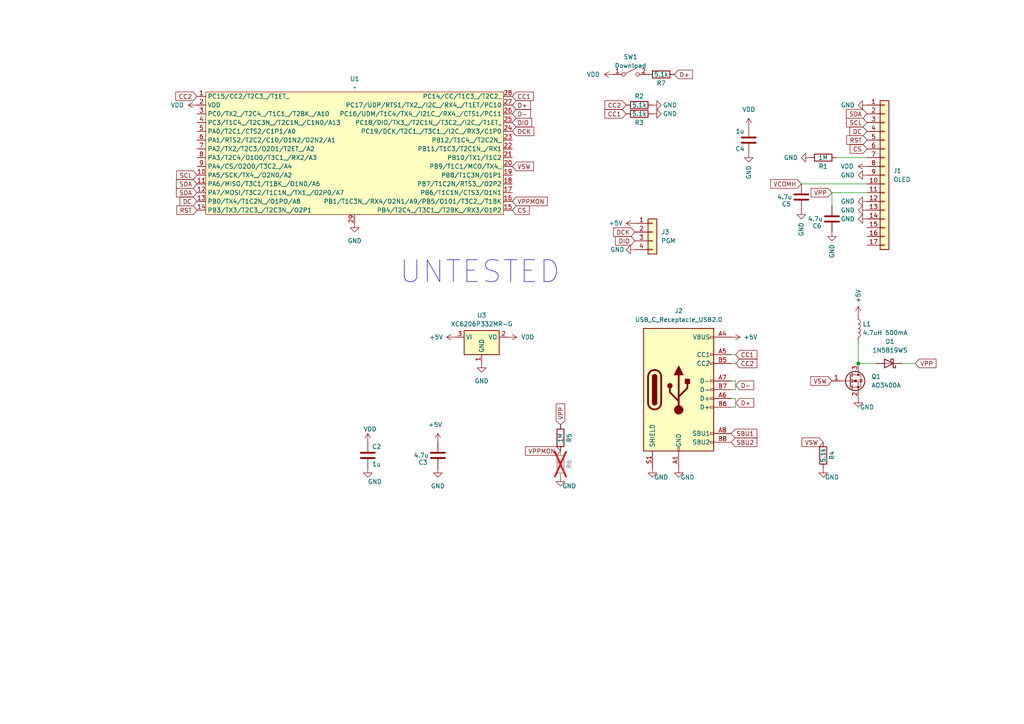
<source format=kicad_sch>
(kicad_sch (version 20231120) (generator "eeschema") (generator_version "8.0")
  (paper "A4")
  (lib_symbols
    (symbol "Connector:USB_C_Receptacle_USB2.0" (pin_names (offset 1.016))
      (property "Reference" "J" (at -10.16 19.05 0))
      (property "Value" "USB_C_Receptacle_USB2.0" (at 19.05 19.05 0))
      (symbol "USB_C_Receptacle_USB2.0_0_0"
        (rectangle (start -0.254 -17.78) (end 0.254 -16.764))
        (rectangle (start 10.16 -14.986) (end 9.144 -15.494))
        (rectangle (start 10.16 -12.446) (end 9.144 -12.954))
        (rectangle (start 10.16 -4.826) (end 9.144 -5.334))
        (rectangle (start 10.16 -2.286) (end 9.144 -2.794))
        (rectangle (start 10.16 0.254) (end 9.144 -0.254))
        (rectangle (start 10.16 2.794) (end 9.144 2.286))
        (rectangle (start 10.16 7.874) (end 9.144 7.366))
        (rectangle (start 10.16 10.414) (end 9.144 9.906))
        (rectangle (start 10.16 15.494) (end 9.144 14.986))
      )
      (symbol "USB_C_Receptacle_USB2.0_0_1"
        (rectangle (start -10.16 17.78) (end 10.16 -17.78) (stroke (width 0.254)) (fill (type background)))
        (arc (start -8.89 -3.81) (mid -6.985 -5.7067) (end -5.08 -3.81) (stroke (width 0.508)))
        (arc (start -7.62 -3.81) (mid -6.985 -4.4423) (end -6.35 -3.81) (stroke (width 0.254)))
        (arc (start -7.62 -3.81) (mid -6.985 -4.4423) (end -6.35 -3.81) (stroke (width 0.254)) (fill (type outline)))
        (rectangle (start -7.62 -3.81) (end -6.35 3.81) (stroke (width 0.254)) (fill (type outline)))
        (arc (start -6.35 3.81) (mid -6.985 4.4423) (end -7.62 3.81) (stroke (width 0.254)))
        (arc (start -6.35 3.81) (mid -6.985 4.4423) (end -7.62 3.81) (stroke (width 0.254)) (fill (type outline)))
        (arc (start -5.08 3.81) (mid -6.985 5.7067) (end -8.89 3.81) (stroke (width 0.508)))
        (circle (center -2.54 1.143) (radius 0.635) (stroke (width 0.254)) (fill (type outline)))
        (circle (center 0 -5.842) (radius 1.27) (fill (type outline)))
        (polyline (pts (xy -8.89 -3.81) (xy -8.89 3.81)) (stroke (width 0.508)))
        (polyline (pts (xy -5.08 3.81) (xy -5.08 -3.81)) (stroke (width 0.508)))
        (polyline (pts (xy 0 -5.842) (xy 0 4.318)) (stroke (width 0.508)))
        (polyline (pts (xy 0 -3.302) (xy -2.54 -0.762) (xy -2.54 0.508)) (stroke (width 0.508)))
        (polyline (pts (xy 0 -2.032) (xy 2.54 0.508) (xy 2.54 1.778)) (stroke (width 0.508)))
        (polyline (pts (xy -1.27 4.318) (xy 0 6.858) (xy 1.27 4.318) (xy -1.27 4.318)) (stroke (width 0.254)) (fill (type outline)))
        (rectangle (start 1.905 1.778) (end 3.175 3.048) (stroke (width 0.254)) (fill (type outline)))
      )
      (symbol "USB_C_Receptacle_USB2.0_1_1"
        (pin passive line (at 0 -22.86 90) (length 5.08) (name "GND") (number "A1"))
        (pin passive line (at 0 -22.86 90) (length 5.08) hide (name "GND") (number "A12"))
        (pin passive line (at 15.24 15.24 180) (length 5.08) (name "VBUS") (number "A4"))
        (pin bidirectional line (at 15.24 10.16 180) (length 5.08) (name "CC1") (number "A5"))
        (pin bidirectional line (at 15.24 -2.54 180) (length 5.08) (name "D+") (number "A6"))
        (pin bidirectional line (at 15.24 2.54 180) (length 5.08) (name "D-") (number "A7"))
        (pin bidirectional line (at 15.24 -12.7 180) (length 5.08) (name "SBU1") (number "A8"))
        (pin passive line (at 15.24 15.24 180) (length 5.08) hide (name "VBUS") (number "A9"))
        (pin passive line (at 0 -22.86 90) (length 5.08) hide (name "GND") (number "B1"))
        (pin passive line (at 0 -22.86 90) (length 5.08) hide (name "GND") (number "B12"))
        (pin passive line (at 15.24 15.24 180) (length 5.08) hide (name "VBUS") (number "B4"))
        (pin bidirectional line (at 15.24 7.62 180) (length 5.08) (name "CC2") (number "B5"))
        (pin bidirectional line (at 15.24 -5.08 180) (length 5.08) (name "D+") (number "B6"))
        (pin bidirectional line (at 15.24 0 180) (length 5.08) (name "D-") (number "B7"))
        (pin bidirectional line (at 15.24 -15.24 180) (length 5.08) (name "SBU2") (number "B8"))
        (pin passive line (at 15.24 15.24 180) (length 5.08) hide (name "VBUS") (number "B9"))
        (pin passive line (at -7.62 -22.86 90) (length 5.08) (name "SHIELD") (number "S1"))
      )
    )
    (symbol "Connector_Generic:Conn_01x04" (pin_names (offset 1.016) hide)
      (property "Reference" "J" (at 0 5.08 0))
      (property "Value" "Conn_01x04" (at 0 -7.62 0))
      (symbol "Conn_01x04_1_1"
        (rectangle (start -1.27 -4.953) (end 0 -5.207) (stroke (width 0.1524)))
        (rectangle (start -1.27 -2.413) (end 0 -2.667) (stroke (width 0.1524)))
        (rectangle (start -1.27 0.127) (end 0 -0.127) (stroke (width 0.1524)))
        (rectangle (start -1.27 2.667) (end 0 2.413) (stroke (width 0.1524)))
        (rectangle (start -1.27 3.81) (end 1.27 -6.35) (stroke (width 0.254)) (fill (type background)))
        (pin passive line (at -5.08 2.54 0) (length 3.81) (name "Pin_1") (number "1"))
        (pin passive line (at -5.08 0 0) (length 3.81) (name "Pin_2") (number "2"))
        (pin passive line (at -5.08 -2.54 0) (length 3.81) (name "Pin_3") (number "3"))
        (pin passive line (at -5.08 -5.08 0) (length 3.81) (name "Pin_4") (number "4"))
      )
    )
    (symbol "Connector_Generic:Conn_01x17" (pin_names (offset 1.016) hide)
      (property "Reference" "J" (at 0 22.86 0))
      (property "Value" "Conn_01x17" (at 0 -22.86 0))
      (symbol "Conn_01x17_1_1"
        (rectangle (start -1.27 -20.193) (end 0 -20.447) (stroke (width 0.1524)))
        (rectangle (start -1.27 -17.653) (end 0 -17.907) (stroke (width 0.1524)))
        (rectangle (start -1.27 -15.113) (end 0 -15.367) (stroke (width 0.1524)))
        (rectangle (start -1.27 -12.573) (end 0 -12.827) (stroke (width 0.1524)))
        (rectangle (start -1.27 -10.033) (end 0 -10.287) (stroke (width 0.1524)))
        (rectangle (start -1.27 -7.493) (end 0 -7.747) (stroke (width 0.1524)))
        (rectangle (start -1.27 -4.953) (end 0 -5.207) (stroke (width 0.1524)))
        (rectangle (start -1.27 -2.413) (end 0 -2.667) (stroke (width 0.1524)))
        (rectangle (start -1.27 0.127) (end 0 -0.127) (stroke (width 0.1524)))
        (rectangle (start -1.27 2.667) (end 0 2.413) (stroke (width 0.1524)))
        (rectangle (start -1.27 5.207) (end 0 4.953) (stroke (width 0.1524)))
        (rectangle (start -1.27 7.747) (end 0 7.493) (stroke (width 0.1524)))
        (rectangle (start -1.27 10.287) (end 0 10.033) (stroke (width 0.1524)))
        (rectangle (start -1.27 12.827) (end 0 12.573) (stroke (width 0.1524)))
        (rectangle (start -1.27 15.367) (end 0 15.113) (stroke (width 0.1524)))
        (rectangle (start -1.27 17.907) (end 0 17.653) (stroke (width 0.1524)))
        (rectangle (start -1.27 20.447) (end 0 20.193) (stroke (width 0.1524)))
        (rectangle (start -1.27 21.59) (end 1.27 -21.59) (stroke (width 0.254)) (fill (type background)))
        (pin passive line (at -5.08 20.32 0) (length 3.81) (name "Pin_1") (number "1"))
        (pin passive line (at -5.08 -2.54 0) (length 3.81) (name "Pin_10") (number "10"))
        (pin passive line (at -5.08 -5.08 0) (length 3.81) (name "Pin_11") (number "11"))
        (pin passive line (at -5.08 -7.62 0) (length 3.81) (name "Pin_12") (number "12"))
        (pin passive line (at -5.08 -10.16 0) (length 3.81) (name "Pin_13") (number "13"))
        (pin passive line (at -5.08 -12.7 0) (length 3.81) (name "Pin_14") (number "14"))
        (pin passive line (at -5.08 -15.24 0) (length 3.81) (name "Pin_15") (number "15"))
        (pin passive line (at -5.08 -17.78 0) (length 3.81) (name "Pin_16") (number "16"))
        (pin passive line (at -5.08 -20.32 0) (length 3.81) (name "Pin_17") (number "17"))
        (pin passive line (at -5.08 17.78 0) (length 3.81) (name "Pin_2") (number "2"))
        (pin passive line (at -5.08 15.24 0) (length 3.81) (name "Pin_3") (number "3"))
        (pin passive line (at -5.08 12.7 0) (length 3.81) (name "Pin_4") (number "4"))
        (pin passive line (at -5.08 10.16 0) (length 3.81) (name "Pin_5") (number "5"))
        (pin passive line (at -5.08 7.62 0) (length 3.81) (name "Pin_6") (number "6"))
        (pin passive line (at -5.08 5.08 0) (length 3.81) (name "Pin_7") (number "7"))
        (pin passive line (at -5.08 2.54 0) (length 3.81) (name "Pin_8") (number "8"))
        (pin passive line (at -5.08 0 0) (length 3.81) (name "Pin_9") (number "9"))
      )
    )
    (symbol "Device:C" (pin_numbers hide) (pin_names (offset 0.254))
      (property "Reference" "C" (at 0.635 2.54 0))
      (property "Value" "C" (at 0.635 -2.54 0))
      (symbol "C_0_1"
        (polyline (pts (xy -2.032 -0.762) (xy 2.032 -0.762)) (stroke (width 0.508)))
        (polyline (pts (xy -2.032 0.762) (xy 2.032 0.762)) (stroke (width 0.508)))
      )
      (symbol "C_1_1"
        (pin passive line (at 0 3.81 270) (length 2.794) (name "~") (number "1"))
        (pin passive line (at 0 -3.81 90) (length 2.794) (name "~") (number "2"))
      )
    )
    (symbol "Device:D_Schottky" (pin_numbers hide) (pin_names (offset 1.016) hide)
      (property "Reference" "D" (at 0 2.54 0))
      (property "Value" "D_Schottky" (at 0 -2.54 0))
      (symbol "D_Schottky_0_1"
        (polyline (pts (xy 1.27 0) (xy -1.27 0)))
        (polyline (pts (xy 1.27 1.27) (xy 1.27 -1.27) (xy -1.27 0) (xy 1.27 1.27)) (stroke (width 0.254)))
        (polyline (pts (xy -1.905 0.635) (xy -1.905 1.27) (xy -1.27 1.27) (xy -1.27 -1.27) (xy -0.635 -1.27) (xy -0.635 -0.635)) (stroke (width 0.254)))
      )
      (symbol "D_Schottky_1_1"
        (pin passive line (at -3.81 0 0) (length 2.54) (name "K") (number "1"))
        (pin passive line (at 3.81 0 180) (length 2.54) (name "A") (number "2"))
      )
    )
    (symbol "Device:L" (pin_numbers hide) (pin_names (offset 1.016) hide)
      (property "Reference" "L" (at -1.27 0 90))
      (property "Value" "L" (at 1.905 0 90))
      (symbol "L_0_1"
        (arc (start 0 -2.54) (mid 0.6323 -1.905) (end 0 -1.27))
        (arc (start 0 -1.27) (mid 0.6323 -0.635) (end 0 0))
        (arc (start 0 0) (mid 0.6323 0.635) (end 0 1.27))
        (arc (start 0 1.27) (mid 0.6323 1.905) (end 0 2.54))
      )
      (symbol "L_1_1"
        (pin passive line (at 0 3.81 270) (length 1.27) (name "1") (number "1"))
        (pin passive line (at 0 -3.81 90) (length 1.27) (name "2") (number "2"))
      )
    )
    (symbol "Device:Q_NMOS_GSD" (pin_names (offset 0) hide)
      (property "Reference" "Q" (at 5.08 1.27 0))
      (property "Value" "Q_NMOS_GSD" (at 5.08 -1.27 0))
      (symbol "Q_NMOS_GSD_0_1"
        (polyline (pts (xy 0.254 0) (xy -2.54 0)))
        (polyline (pts (xy 0.254 1.905) (xy 0.254 -1.905)) (stroke (width 0.254)))
        (polyline (pts (xy 0.762 -1.27) (xy 0.762 -2.286)) (stroke (width 0.254)))
        (polyline (pts (xy 0.762 0.508) (xy 0.762 -0.508)) (stroke (width 0.254)))
        (polyline (pts (xy 0.762 2.286) (xy 0.762 1.27)) (stroke (width 0.254)))
        (polyline (pts (xy 2.54 2.54) (xy 2.54 1.778)))
        (polyline (pts (xy 2.54 -2.54) (xy 2.54 0) (xy 0.762 0)))
        (polyline (pts (xy 0.762 -1.778) (xy 3.302 -1.778) (xy 3.302 1.778) (xy 0.762 1.778)))
        (polyline (pts (xy 1.016 0) (xy 2.032 0.381) (xy 2.032 -0.381) (xy 1.016 0)) (fill (type outline)))
        (polyline (pts (xy 2.794 0.508) (xy 2.921 0.381) (xy 3.683 0.381) (xy 3.81 0.254)))
        (polyline (pts (xy 3.302 0.381) (xy 2.921 -0.254) (xy 3.683 -0.254) (xy 3.302 0.381)))
        (circle (center 1.651 0) (radius 2.794) (stroke (width 0.254)))
        (circle (center 2.54 -1.778) (radius 0.254) (fill (type outline)))
        (circle (center 2.54 1.778) (radius 0.254) (fill (type outline)))
      )
      (symbol "Q_NMOS_GSD_1_1"
        (pin input line (at -5.08 0 0) (length 2.54) (name "G") (number "1"))
        (pin passive line (at 2.54 -5.08 90) (length 2.54) (name "S") (number "2"))
        (pin passive line (at 2.54 5.08 270) (length 2.54) (name "D") (number "3"))
      )
    )
    (symbol "Device:R" (pin_numbers hide) (pin_names (offset 0))
      (property "Reference" "R" (at 2.032 0 90))
      (property "Value" "R" (at 0 0 90))
      (symbol "R_0_1"
        (rectangle (start -1.016 -2.54) (end 1.016 2.54) (stroke (width 0.254)))
      )
      (symbol "R_1_1"
        (pin passive line (at 0 3.81 270) (length 1.27) (name "~") (number "1"))
        (pin passive line (at 0 -3.81 90) (length 1.27) (name "~") (number "2"))
      )
    )
    (symbol "Regulator_Linear:LM1117S-3.3"
      (property "Reference" "U" (at -3.81 3.175 0))
      (property "Value" "LM1117S-3.3" (at 0 3.175 0))
      (symbol "LM1117S-3.3_0_1"
        (rectangle (start -5.08 -5.08) (end 5.08 1.905) (stroke (width 0.254)) (fill (type background)))
      )
      (symbol "LM1117S-3.3_1_1"
        (pin power_in line (at 0 -7.62 90) (length 2.54) (name "GND") (number "1"))
        (pin power_out line (at 7.62 0 180) (length 2.54) (name "VO") (number "2"))
        (pin power_in line (at -7.62 0 0) (length 2.54) (name "VI") (number "3"))
      )
    )
    (symbol "Switch:SW_SPST" (pin_names (offset 0) hide)
      (property "Reference" "SW" (at 0 3.175 0))
      (property "Value" "SW_SPST" (at 0 -2.54 0))
      (symbol "SW_SPST_0_0"
        (circle (center -2.032 0) (radius 0.508))
        (polyline (pts (xy -1.524 0.254) (xy 1.524 1.778)))
        (circle (center 2.032 0) (radius 0.508))
      )
      (symbol "SW_SPST_1_1"
        (pin passive line (at -5.08 0 0) (length 2.54) (name "A") (number "1"))
        (pin passive line (at 5.08 0 180) (length 2.54) (name "B") (number "2"))
      )
    )
    (symbol "cnhardware:CH32X035G8U6"
      (property "Reference" "U" (at 0 0 0))
      (symbol "CH32X035G8U6_1_1"
        (rectangle (start -43.18 19.05) (end 43.18 -16.51) (fill (type background)))
        (pin bidirectional line (at -45.72 17.78 0) (length 2.54) (name "PC15/CC2/T2C3_/T1ET_") (number "1"))
        (pin bidirectional line (at -45.72 -5.08 0) (length 2.54) (name "PA5/SCK/TX4_/O2N0/A2") (number "10"))
        (pin bidirectional line (at -45.72 -7.62 0) (length 2.54) (name "PA6/MISO/T3C1/T1BK_/O1N0/A6") (number "11"))
        (pin bidirectional line (at -45.72 -10.16 0) (length 2.54) (name "PA7/MOSI/T3C2/T1C1N_/TX1_/O2P0/A7") (number "12"))
        (pin bidirectional line (at -45.72 -12.7 0) (length 2.54) (name "PB0/TX4/T1C2N_/O1PO/A8") (number "13"))
        (pin bidirectional line (at -45.72 -15.24 0) (length 2.54) (name "PB3/TX3/T2C3_/T2C3N_/O2P1") (number "14"))
        (pin bidirectional line (at 45.72 -15.24 180) (length 2.54) (name "PB4/T2C4_/T3C1_/T2BK_/RX3/O1P2") (number "15"))
        (pin bidirectional line (at 45.72 -12.7 180) (length 2.54) (name "PB1/T1C3N_/RX4/O2N1/A9/PB5/O101/T3C2_/T1BK") (number "16"))
        (pin bidirectional line (at 45.72 -10.16 180) (length 2.54) (name "PB6/T1C1N/CTS3/O1N1") (number "17"))
        (pin bidirectional line (at 45.72 -7.62 180) (length 2.54) (name "PB7/T1C2N/RTS3_/O2P2") (number "18"))
        (pin bidirectional line (at 45.72 -5.08 180) (length 2.54) (name "PB8/T1C3N/O1P1") (number "19"))
        (pin bidirectional line (at -45.72 15.24 0) (length 2.54) (name "VDD") (number "2"))
        (pin bidirectional line (at 45.72 -2.54 180) (length 2.54) (name "PB9/T1C1/MCO/TX4_") (number "20"))
        (pin bidirectional line (at 45.72 0 180) (length 2.54) (name "PB10/TX1/T1C2") (number "21"))
        (pin bidirectional line (at 45.72 2.54 180) (length 2.54) (name "PB11/T1C3/T2C1N_/RX1") (number "22"))
        (pin bidirectional line (at 45.72 5.08 180) (length 2.54) (name "PB12/T1C4_/T2C2N_") (number "23"))
        (pin bidirectional line (at 45.72 7.62 180) (length 2.54) (name "PC19/DCK/T2C1_/T3C1_/I2C_/RX3/C1P0") (number "24"))
        (pin bidirectional line (at 45.72 10.16 180) (length 2.54) (name "PC18/DIO/TX3_/T2C1N_/T3C2_/I2C_/T1ET_") (number "25"))
        (pin bidirectional line (at 45.72 12.7 180) (length 2.54) (name "PC16/UDM/T1C4/TX4_/I21C_/RX4_/CTS1/PC11") (number "26"))
        (pin bidirectional line (at 45.72 15.24 180) (length 2.54) (name "PC17/UDP/RTS1/TX2_/I2C_/RX4_/T1ET/PC10") (number "27"))
        (pin bidirectional line (at 45.72 17.78 180) (length 2.54) (name "PC14/CC/T1C3_/T2C2_") (number "28"))
        (pin bidirectional line (at 0 -19.05 90) (length 2.54) (name "") (number "29"))
        (pin bidirectional line (at -45.72 12.7 0) (length 2.54) (name "PC0/TX2_/T2C4_/T1C1_/T2BK_/A10") (number "3"))
        (pin bidirectional line (at -45.72 10.16 0) (length 2.54) (name "PC3/T1C4_/T2C3N_/T2C1N_/C1N0/A13") (number "4"))
        (pin bidirectional line (at -45.72 7.62 0) (length 2.54) (name "PA0/T2C1/CTS2/C1P1/A0") (number "5"))
        (pin bidirectional line (at -45.72 5.08 0) (length 2.54) (name "PA1/RTS2/T2C2/C10/O1N2/O2N2/A1") (number "6"))
        (pin bidirectional line (at -45.72 2.54 0) (length 2.54) (name "PA2/TX2/T2C3/O2O1/T2ET_/A2") (number "7"))
        (pin bidirectional line (at -45.72 0 0) (length 2.54) (name "PA3/T2C4/O1O0/T3C1_/RX2/A3") (number "8"))
        (pin bidirectional line (at -45.72 -2.54 0) (length 2.54) (name "PA4/CS/O2O0/T3C2_/A4") (number "9"))
      )
    )
    (symbol "power:+5V" (power) (pin_names (offset 0))
      (property "Value" "+5V" (at 0 3.556 0))
      (symbol "+5V_0_1"
        (polyline (pts (xy -0.762 1.27) (xy 0 2.54)))
        (polyline (pts (xy 0 0) (xy 0 2.54)))
        (polyline (pts (xy 0 2.54) (xy 0.762 1.27)))
      )
      (symbol "+5V_1_1"
        (pin power_in line (at 0 0 90) (length 0) hide (name "+5V") (number "1"))
      )
    )
    (symbol "power:GND" (power) (pin_names (offset 0))
      (property "Value" "GND" (at 0 -3.81 0))
      (symbol "GND_0_1"
        (polyline (pts (xy 0 0) (xy 0 -1.27) (xy 1.27 -1.27) (xy 0 -2.54) (xy -1.27 -1.27) (xy 0 -1.27)))
      )
      (symbol "GND_1_1"
        (pin power_in line (at 0 0 270) (length 0) hide (name "GND") (number "1"))
      )
    )
    (symbol "power:VDD" (power) (pin_names (offset 0))
      (property "Value" "VDD" (at 0 3.81 0))
      (symbol "VDD_0_1"
        (polyline (pts (xy -0.762 1.27) (xy 0 2.54)))
        (polyline (pts (xy 0 0) (xy 0 2.54)))
        (polyline (pts (xy 0 2.54) (xy 0.762 1.27)))
      )
      (symbol "VDD_1_1"
        (pin power_in line (at 0 0 90) (length 0) hide (name "VDD") (number "1"))
      )
    )
  )
  (junction (at 248.92 105.41))
  (wire (pts (xy 261.62 105.41) (xy 265.43 105.41)))
  (wire (pts (xy 213.36 118.11) (xy 212.09 118.11)))
  (wire (pts (xy 242.57 45.72) (xy 251.46 45.72)))
  (wire (pts (xy 212.09 113.03) (xy 213.36 113.03)))
  (wire (pts (xy 241.3 55.88) (xy 251.46 55.88)))
  (wire (pts (xy 248.92 105.41) (xy 254 105.41)))
  (wire (pts (xy 241.3 59.69) (xy 241.3 55.88)))
  (wire (pts (xy 213.36 115.57) (xy 213.36 118.11)))
  (wire (pts (xy 232.41 53.34) (xy 251.46 53.34)))
  (wire (pts (xy 213.36 115.57) (xy 212.09 115.57)))
  (wire (pts (xy 213.36 110.49) (xy 212.09 110.49)))
  (wire (pts (xy 213.36 110.49) (xy 213.36 113.03)))
  (wire (pts (xy 212.09 105.41) (xy 213.36 105.41)))
  (wire (pts (xy 248.92 99.06) (xy 248.92 105.41)))
  (wire (pts (xy 212.09 102.87) (xy 213.36 102.87)))
  (text "UNTESTED" (at 139.192 78.994 0) (effects (font (size 6.35 6.35))))
  (global_label "VPP" (shape input) (at 265.43 105.41 0) (property "Intersheetrefs" "${INTERSHEET_REFS}" (effects (hide yes))))
  (global_label "D+" (shape input) (at 148.59 30.48 0) (property "Intersheetrefs" "${INTERSHEET_REFS}" (effects (hide yes))))
  (global_label "VPPMON" (shape input) (at 162.56 130.81 180) (property "Intersheetrefs" "${INTERSHEET_REFS}" (effects (hide yes))))
  (global_label "CC1" (shape input) (at 181.61 33.02 180) (property "Intersheetrefs" "${INTERSHEET_REFS}" (effects (hide yes))))
  (global_label "VPP" (shape input) (at 241.3 55.88 180) (property "Intersheetrefs" "${INTERSHEET_REFS}" (effects (hide yes))))
  (global_label "CC1" (shape input) (at 213.36 102.87 0) (property "Intersheetrefs" "${INTERSHEET_REFS}" (effects (hide yes))))
  (global_label "VSW" (shape input) (at 241.3 110.49 180) (property "Intersheetrefs" "${INTERSHEET_REFS}" (effects (hide yes))))
  (global_label "VPPMON" (shape input) (at 148.59 58.42 0) (property "Intersheetrefs" "${INTERSHEET_REFS}" (effects (hide yes))))
  (global_label "DC" (shape input) (at 57.15 58.42 180) (property "Intersheetrefs" "${INTERSHEET_REFS}" (effects (hide yes))))
  (global_label "VPP" (shape input) (at 162.56 123.19 90) (property "Intersheetrefs" "${INTERSHEET_REFS}" (effects (hide yes))))
  (global_label "SDA" (shape input) (at 251.46 33.02 180) (property "Intersheetrefs" "${INTERSHEET_REFS}" (effects (hide yes))))
  (global_label "D-" (shape input) (at 213.36 111.76 0) (property "Intersheetrefs" "${INTERSHEET_REFS}" (effects (hide yes))))
  (global_label "VSW" (shape input) (at 238.76 128.27 180) (property "Intersheetrefs" "${INTERSHEET_REFS}" (effects (hide yes))))
  (global_label "DCK" (shape input) (at 184.15 67.31 180) (property "Intersheetrefs" "${INTERSHEET_REFS}" (effects (hide yes))))
  (global_label "CC2" (shape input) (at 213.36 105.41 0) (property "Intersheetrefs" "${INTERSHEET_REFS}" (effects (hide yes))))
  (global_label "RST" (shape input) (at 251.46 40.64 180) (property "Intersheetrefs" "${INTERSHEET_REFS}" (effects (hide yes))))
  (global_label "DIO" (shape input) (at 184.15 69.85 180) (property "Intersheetrefs" "${INTERSHEET_REFS}" (effects (hide yes))))
  (global_label "SDA" (shape input) (at 57.15 55.88 180) (property "Intersheetrefs" "${INTERSHEET_REFS}" (effects (hide yes))))
  (global_label "CC2" (shape input) (at 57.15 27.94 180) (property "Intersheetrefs" "${INTERSHEET_REFS}" (effects (hide yes))))
  (global_label "CC1" (shape input) (at 148.59 27.94 0) (property "Intersheetrefs" "${INTERSHEET_REFS}" (effects (hide yes))))
  (global_label "SCL" (shape input) (at 251.46 35.56 180) (property "Intersheetrefs" "${INTERSHEET_REFS}" (effects (hide yes))))
  (global_label "SBU1" (shape input) (at 212.09 125.73 0) (property "Intersheetrefs" "${INTERSHEET_REFS}" (effects (hide yes))))
  (global_label "D+" (shape input) (at 195.58 21.59 0) (property "Intersheetrefs" "${INTERSHEET_REFS}" (effects (hide yes))))
  (global_label "VCOMH" (shape input) (at 232.41 53.34 180) (property "Intersheetrefs" "${INTERSHEET_REFS}" (effects (hide yes))))
  (global_label "CS" (shape input) (at 251.46 43.18 180) (property "Intersheetrefs" "${INTERSHEET_REFS}" (effects (hide yes))))
  (global_label "SCL" (shape input) (at 57.15 50.8 180) (property "Intersheetrefs" "${INTERSHEET_REFS}" (effects (hide yes))))
  (global_label "D-" (shape input) (at 148.59 33.02 0) (property "Intersheetrefs" "${INTERSHEET_REFS}" (effects (hide yes))))
  (global_label "RST" (shape input) (at 57.15 60.96 180) (property "Intersheetrefs" "${INTERSHEET_REFS}" (effects (hide yes))))
  (global_label "DCK" (shape input) (at 148.59 38.1 0) (property "Intersheetrefs" "${INTERSHEET_REFS}" (effects (hide yes))))
  (global_label "DC" (shape input) (at 251.46 38.1 180) (property "Intersheetrefs" "${INTERSHEET_REFS}" (effects (hide yes))))
  (global_label "DIO" (shape input) (at 148.59 35.56 0) (property "Intersheetrefs" "${INTERSHEET_REFS}" (effects (hide yes))))
  (global_label "D+" (shape input) (at 213.36 116.84 0) (property "Intersheetrefs" "${INTERSHEET_REFS}" (effects (hide yes))))
  (global_label "SBU2" (shape input) (at 212.09 128.27 0) (property "Intersheetrefs" "${INTERSHEET_REFS}" (effects (hide yes))))
  (global_label "CC2" (shape input) (at 181.61 30.48 180) (property "Intersheetrefs" "${INTERSHEET_REFS}" (effects (hide yes))))
  (global_label "CS" (shape input) (at 148.59 60.96 0) (property "Intersheetrefs" "${INTERSHEET_REFS}" (effects (hide yes))))
  (global_label "SDA" (shape input) (at 57.15 53.34 180) (property "Intersheetrefs" "${INTERSHEET_REFS}" (effects (hide yes))))
  (global_label "VSW" (shape input) (at 148.59 48.26 0) (property "Intersheetrefs" "${INTERSHEET_REFS}" (effects (hide yes))))
  (symbol (lib_id "power:+5V") (at 184.15 64.77 90) (unit 1)
    (property "Reference" "#PWR04" (effects (hide yes)))
    (property "Value" "+5V" (at 176.53 64.77 90) (effects (justify right)))
  )
  (symbol (lib_id "Connector_Generic:Conn_01x17") (at 256.54 50.8 0) (unit 1)
    (property "Reference" "J1" (at 259.08 49.5299 0) (effects (justify left)))
    (property "Value" "OLED" (at 259.08 52.0699 0) (effects (justify left)))
    (property "Footprint" "cnhardware:FPC_BOTTOM_P0.5mm_FLIP_JUSHUO" (effects (hide yes)))
    (property "Description" "Generic connector, single row, 01x17, script generated (kicad-library-utils/schlib/autogen/connector/)" (effects (hide yes)))
    (property "LCSC" "C561387" (effects (hide yes)))
  )
  (symbol (lib_id "power:GND") (at 234.95 45.72 270) (unit 1)
    (property "Reference" "#PWR030" (effects (hide yes)))
    (property "Value" "GND" (at 227.33 45.72 90) (effects (justify left)))
  )
  (symbol (lib_id "power:GND") (at 127 135.89 0) (unit 1)
    (property "Reference" "#PWR010" (effects (hide yes)))
    (property "Value" "GND" (at 127 140.97 0))
  )
  (symbol (lib_id "Device:C") (at 106.68 132.08 180) (unit 1)
    (property "Reference" "C2" (at 109.22 129.54 0))
    (property "Value" "1u" (at 109.22 134.62 0))
    (property "Footprint" "Resistor_SMD:R_0402_1005Metric" (effects (hide yes)))
    (property "LCSC" "C52923" (effects (hide yes)))
  )
  (symbol (lib_id "power:GND") (at 196.85 135.89 0) (unit 1)
    (property "Reference" "#PWR015" (effects (hide yes)))
    (property "Value" "GND" (at 199.39 138.43 0))
  )
  (symbol (lib_id "power:GND") (at 251.46 60.96 270) (unit 1)
    (property "Reference" "#PWR018" (effects (hide yes)))
    (property "Value" "GND" (at 243.84 60.96 90) (effects (justify left)))
  )
  (symbol (lib_id "power:GND") (at 248.92 115.57 0) (unit 1)
    (property "Reference" "#PWR08" (effects (hide yes)))
    (property "Value" "GND" (at 251.46 118.11 0))
  )
  (symbol (lib_id "Device:R") (at 162.56 127 180) (unit 1)
    (property "Reference" "R5" (at 165.1 127 90))
    (property "Value" "1M" (at 162.56 127 90))
    (property "Footprint" "Resistor_SMD:R_0402_1005Metric" (effects (hide yes)))
    (property "LCSC" "C26083" (effects (hide yes)))
  )
  (symbol (lib_id "power:+5V") (at 127 128.27 0) (unit 1)
    (property "Reference" "#PWR09" (effects (hide yes)))
    (property "Value" "+5V" (at 128.27 123.19 0) (effects (justify right)))
  )
  (symbol (lib_id "power:GND") (at 251.46 30.48 270) (unit 1)
    (property "Reference" "#PWR022" (effects (hide yes)))
    (property "Value" "GND" (at 243.84 30.48 90) (effects (justify left)))
  )
  (symbol (lib_id "Device:L") (at 248.92 95.25 0) (unit 1)
    (property "Reference" "L1" (at 250.19 93.9799 0) (effects (justify left)))
    (property "Value" "4.7uH 500mA" (at 250.19 96.5199 0) (effects (justify left)))
    (property "Footprint" "Inductor_SMD:L_0805_2012Metric" (effects (hide yes)))
    (property "Description" "Inductor" (effects (hide yes)))
    (property "LCSC" "C86088" (effects (hide yes)))
  )
  (symbol (lib_id "Switch:SW_SPST") (at 182.88 21.59 0) (unit 1)
    (property "Reference" "SW1" (at 182.88 16.51 0))
    (property "Value" "Download" (at 182.88 19.05 0))
    (property "Footprint" "Button_Switch_SMD:SW_SPST_TL3342" (effects (hide yes)))
    (property "LCSC" "C318884" (effects (hide yes)))
  )
  (symbol (lib_id "power:+5V") (at 248.92 91.44 0) (unit 1)
    (property "Reference" "#PWR016" (effects (hide yes)))
    (property "Value" "+5V" (at 248.92 83.82 90) (effects (justify right)))
  )
  (symbol (lib_id "Device:C") (at 241.3 63.5 180) (unit 1)
    (property "Reference" "C6" (at 236.982 65.532 0))
    (property "Value" "4.7u" (at 236.474 63.5 0))
    (property "Footprint" "Capacitor_SMD:C_0805_2012Metric" (effects (hide yes)))
    (property "LCSC" "C1779" (effects (hide yes)))
  )
  (symbol (lib_id "power:GND") (at 238.76 135.89 0) (unit 1)
    (property "Reference" "#PWR017" (effects (hide yes)))
    (property "Value" "GND" (at 241.3 138.43 0))
  )
  (symbol (lib_id "Device:R") (at 185.42 33.02 90) (unit 1)
    (property "Reference" "R3" (at 185.42 35.56 90))
    (property "Value" "5.1k" (at 185.42 33.02 90))
    (property "Footprint" "Resistor_SMD:R_0402_1005Metric" (effects (hide yes)))
    (property "LCSC" "C25905" (effects (hide yes)))
  )
  (symbol (lib_id "power:+5V") (at 212.09 97.79 270) (unit 1)
    (property "Reference" "#PWR019" (effects (hide yes)))
    (property "Value" "+5V" (at 219.71 97.79 90) (effects (justify right)))
  )
  (symbol (lib_id "Device:D_Schottky") (at 257.81 105.41 180) (unit 1)
    (property "Reference" "D1" (at 258.1275 99.06 0))
    (property "Value" "1N5819WS" (at 258.1275 101.6 0))
    (property "Footprint" "Diode_SMD:D_SOD-323" (effects (hide yes)))
    (property "Description" "Schottky diode" (effects (hide yes)))
    (property "LCSC" "C191023" (effects (hide yes)))
  )
  (symbol (lib_id "power:+5V") (at 132.08 97.79 90) (unit 1)
    (property "Reference" "#PWR011" (effects (hide yes)))
    (property "Value" "+5V" (at 124.46 97.79 90) (effects (justify right)))
  )
  (symbol (lib_id "power:GND") (at 189.23 30.48 90) (unit 1)
    (property "Reference" "#PWR02" (effects (hide yes)))
    (property "Value" "GND" (at 194.31 30.48 90))
  )
  (symbol (lib_id "power:VDD") (at 217.17 36.83 0) (unit 1)
    (property "Reference" "#PWR031" (effects (hide yes)))
    (property "Value" "VDD" (at 217.17 31.75 0))
  )
  (symbol (lib_id "power:GND") (at 189.23 33.02 90) (unit 1)
    (property "Reference" "#PWR03" (effects (hide yes)))
    (property "Value" "GND" (at 194.31 33.02 90))
  )
  (symbol (lib_id "power:GND") (at 184.15 72.39 270) (unit 1)
    (property "Reference" "#PWR021" (effects (hide yes)))
    (property "Value" "GND" (at 179.07 72.39 90))
  )
  (symbol (lib_id "Device:R") (at 238.76 45.72 90) (unit 1)
    (property "Reference" "R1" (at 238.76 48.26 90))
    (property "Value" "1M" (at 238.76 45.72 90))
    (property "Footprint" "Resistor_SMD:R_0402_1005Metric" (effects (hide yes)))
    (property "LCSC" "C26083" (effects (hide yes)))
  )
  (symbol (lib_id "power:GND") (at 139.7 105.41 0) (unit 1)
    (property "Reference" "#PWR012" (effects (hide yes)))
    (property "Value" "GND" (at 139.7 110.49 0))
  )
  (symbol (lib_id "cnhardware:CH32X035G8U6") (at 102.87 45.72 0) (unit 1)
    (property "Reference" "U1" (at 102.87 22.86 0))
    (property "Value" "~" (at 102.87 25.4 0))
    (property "Footprint" "Package_DFN_QFN:QFN-28-1EP_4x4mm_P0.4mm_EP2.6x2.6mm" (effects (hide yes)))
    (property "LCSC" "C7437027" (effects (hide yes)))
  )
  (symbol (lib_id "Device:Q_NMOS_GSD") (at 246.38 110.49 0) (unit 1)
    (property "Reference" "Q1" (at 252.73 109.2199 0) (effects (justify left)))
    (property "Value" "AO3400A" (at 252.73 111.7599 0) (effects (justify left)))
    (property "Footprint" "Package_TO_SOT_SMD:SOT-23" (effects (hide yes)))
    (property "Description" "N-MOSFET transistor, gate/source/drain" (effects (hide yes)))
    (property "LCSC" "C20917" (effects (hide yes)))
  )
  (symbol (lib_id "power:GND") (at 106.68 135.89 0) (unit 1)
    (property "Reference" "#PWR07" (effects (hide yes)))
    (property "Value" "GND" (at 106.68 139.7 0) (effects (justify left)))
  )
  (symbol (lib_id "Device:R") (at 238.76 132.08 180) (unit 1)
    (property "Reference" "R4" (at 241.3 132.08 90))
    (property "Value" "5.1k" (at 238.76 132.08 90))
    (property "Footprint" "Resistor_SMD:R_0402_1005Metric" (effects (hide yes)))
    (property "LCSC" "C25905" (effects (hide yes)))
  )
  (symbol (lib_id "power:GND") (at 189.23 135.89 0) (unit 1)
    (property "Reference" "#PWR014" (effects (hide yes)))
    (property "Value" "GND" (at 191.77 138.43 0))
  )
  (symbol (lib_id "Connector_Generic:Conn_01x04") (at 189.23 67.31 0) (unit 1)
    (property "Reference" "J3" (at 191.77 67.3099 0) (effects (justify left)))
    (property "Value" "PGM" (at 191.77 69.8499 0) (effects (justify left)))
    (property "Footprint" "Connector_PinHeader_2.54mm:PinHeader_1x04_P2.54mm_Vertical" (effects (hide yes)))
    (property "Description" "Generic connector, single row, 01x04, script generated (kicad-library-utils/schlib/autogen/connector/)" (effects (hide yes)))
    (property "LCSC" "C706876" (effects (hide yes)))
  )
  (symbol (lib_id "power:VDD") (at 57.15 30.48 90) (unit 1)
    (property "Reference" "#PWR05" (effects (hide yes)))
    (property "Value" "VDD" (at 53.34 30.48 90) (effects (justify left)))
  )
  (symbol (lib_id "power:GND") (at 102.87 64.77 0) (unit 1)
    (property "Reference" "#PWR024" (effects (hide yes)))
    (property "Value" "GND" (at 102.87 69.85 0))
  )
  (symbol (lib_id "Device:R") (at 191.77 21.59 90) (unit 1)
    (property "Reference" "R7" (at 191.77 24.13 90))
    (property "Value" "5.1k" (at 191.77 21.59 90))
    (property "Footprint" "Resistor_SMD:R_0402_1005Metric" (effects (hide yes)))
    (property "LCSC" "C25905" (effects (hide yes)))
  )
  (symbol (lib_id "power:GND") (at 251.46 50.8 270) (unit 1)
    (property "Reference" "#PWR027" (effects (hide yes)))
    (property "Value" "GND" (at 243.84 50.8 90) (effects (justify left)))
  )
  (symbol (lib_id "power:GND") (at 162.56 138.43 0) (unit 1)
    (property "Reference" "#PWR020" (effects (hide yes)))
    (property "Value" "GND" (at 165.1 140.97 0))
  )
  (symbol (lib_id "power:VDD") (at 106.68 128.27 0) (unit 1)
    (property "Reference" "#PWR06" (effects (hide yes)))
    (property "Value" "VDD" (at 105.41 124.46 0) (effects (justify left)))
  )
  (symbol (lib_id "Device:C") (at 127 132.08 180) (unit 1)
    (property "Reference" "C3" (at 122.682 134.112 0))
    (property "Value" "4.7u" (at 122.174 132.08 0))
    (property "Footprint" "Capacitor_SMD:C_0805_2012Metric" (effects (hide yes)))
    (property "LCSC" "C1779" (effects (hide yes)))
  )
  (symbol (lib_id "Regulator_Linear:LM1117S-3.3") (at 139.7 97.79 0) (unit 1)
    (property "Reference" "U3" (at 139.7 91.44 0))
    (property "Value" "XC6206P332MR-G" (at 139.7 93.98 0))
    (property "Footprint" "Package_TO_SOT_SMD:SOT-23" (effects (hide yes)))
    (property "Datasheet" "http://www.ti.com/lit/ds/symlink/lm1117.pdf" (effects (hide yes)))
    (property "LCSC" "C5446" (effects (hide yes)))
  )
  (symbol (lib_id "power:VDD") (at 147.32 97.79 270) (unit 1)
    (property "Reference" "#PWR013" (effects (hide yes)))
    (property "Value" "VDD" (at 151.13 97.79 90) (effects (justify left)))
  )
  (symbol (lib_id "Device:C") (at 232.41 57.15 180) (unit 1)
    (property "Reference" "C5" (at 228.092 59.182 0))
    (property "Value" "4.7u" (at 227.584 57.15 0))
    (property "Footprint" "Capacitor_SMD:C_0805_2012Metric" (effects (hide yes)))
    (property "LCSC" "C1779" (effects (hide yes)))
  )
  (symbol (lib_id "power:GND") (at 251.46 58.42 270) (unit 1)
    (property "Reference" "#PWR028" (effects (hide yes)))
    (property "Value" "GND" (at 243.84 58.42 90) (effects (justify left)))
  )
  (symbol (lib_id "power:VDD") (at 251.46 48.26 90) (unit 1)
    (property "Reference" "#PWR023" (effects (hide yes)))
    (property "Value" "VDD" (at 247.65 48.2599 90) (effects (justify left)))
  )
  (symbol (lib_id "Device:R") (at 185.42 30.48 90) (unit 1)
    (property "Reference" "R2" (at 185.42 27.94 90))
    (property "Value" "5.1k" (at 185.42 30.48 90))
    (property "Footprint" "Resistor_SMD:R_0402_1005Metric" (effects (hide yes)))
    (property "LCSC" "C25905" (effects (hide yes)))
  )
  (symbol (lib_id "power:GND") (at 251.46 63.5 270) (unit 1)
    (property "Reference" "#PWR025" (effects (hide yes)))
    (property "Value" "GND" (at 243.84 63.5 90) (effects (justify left)))
  )
  (symbol (lib_id "Device:C") (at 217.17 40.64 0) (unit 1)
    (property "Reference" "C4" (at 214.63 43.18 0))
    (property "Value" "1u" (at 214.63 38.1 0))
    (property "Footprint" "Resistor_SMD:R_0402_1005Metric" (effects (hide yes)))
    (property "LCSC" "C52923" (effects (hide yes)))
  )
  (symbol (lib_id "Connector:USB_C_Receptacle_USB2.0") (at 196.85 113.03 0) (unit 1)
    (property "Reference" "J2" (at 196.85 90.17 0))
    (property "Value" "USB_C_Receptacle_USB2.0" (at 196.85 92.71 0))
    (property "Footprint" "Connector_USB:USB_C_Receptacle_HRO_TYPE-C-31-M-12" (effects (hide yes)))
    (property "Datasheet" "https://www.usb.org/sites/default/files/documents/usb_type-c.zip" (effects (hide yes)))
    (property "LCSC" "C2765186" (effects (hide yes)))
  )
  (symbol (lib_id "power:GND") (at 217.17 44.45 0) (unit 1)
    (property "Reference" "#PWR01" (effects (hide yes)))
    (property "Value" "GND" (at 217.17 52.07 90) (effects (justify left)))
  )
  (symbol (lib_id "power:VDD") (at 177.8 21.59 90) (unit 1)
    (property "Reference" "#PWR026" (effects (hide yes)))
    (property "Value" "VDD" (at 173.99 21.59 90) (effects (justify left)))
  )
  (symbol (lib_id "power:GND") (at 241.3 67.31 0) (unit 1)
    (property "Reference" "#PWR032" (effects (hide yes)))
    (property "Value" "GND" (at 241.3 74.93 90) (effects (justify left)))
  )
  (symbol (lib_id "power:GND") (at 232.41 60.96 0) (unit 1)
    (property "Reference" "#PWR029" (effects (hide yes)))
    (property "Value" "GND" (at 232.41 68.58 90) (effects (justify left)))
  )
  (symbol (lib_id "Device:R") (at 162.56 134.62 180) (unit 1) (dnp yes)
    (property "Reference" "R6" (at 165.1 134.62 90))
    (property "Value" "NP" (at 162.56 134.62 90))
    (property "Footprint" "Resistor_SMD:R_0402_1005Metric" (effects (hide yes)))
  )
)
</source>
